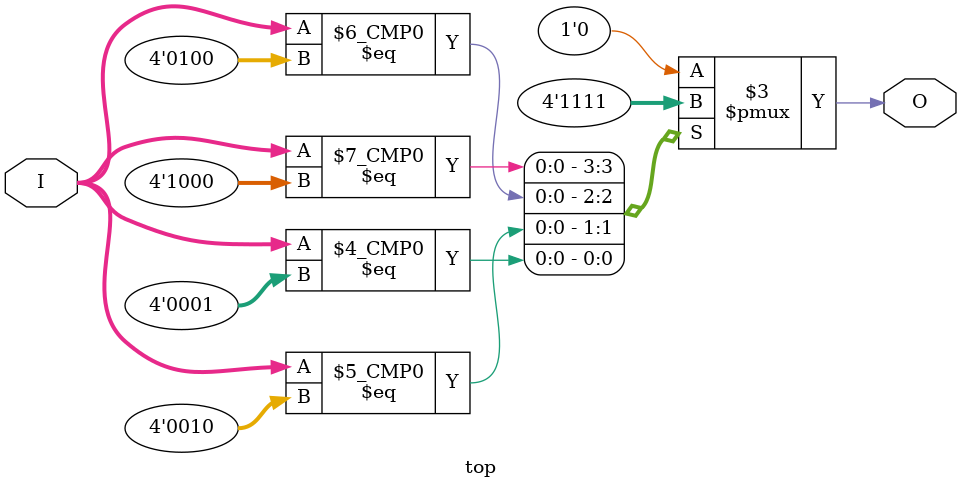
<source format=v>
module top( (* keep *) input [3:0] I, output O);
    always @(I)
    case(I)
        4'b1000 : O = 1;
        4'b0100 : O = 1;
        4'b0010 : O = 1;
        4'b0001 : O = 1;
        default : O = 0;
    endcase
endmodule // top

</source>
